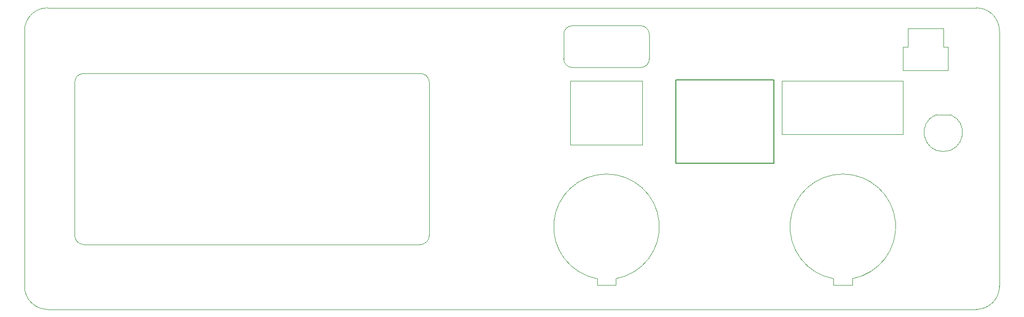
<source format=gbr>
%TF.GenerationSoftware,KiCad,Pcbnew,5.1.9-73d0e3b20d~88~ubuntu18.04.1*%
%TF.CreationDate,2020-12-31T12:10:29+01:00*%
%TF.ProjectId,ss_backpanel-mirrored,73735f62-6163-46b7-9061-6e656c2d6d69,rev?*%
%TF.SameCoordinates,Original*%
%TF.FileFunction,Profile,NP*%
%FSLAX46Y46*%
G04 Gerber Fmt 4.6, Leading zero omitted, Abs format (unit mm)*
G04 Created by KiCad (PCBNEW 5.1.9-73d0e3b20d~88~ubuntu18.04.1) date 2020-12-31 12:10:29*
%MOMM*%
%LPD*%
G01*
G04 APERTURE LIST*
%TA.AperFunction,Profile*%
%ADD10C,0.050000*%
%TD*%
%TA.AperFunction,Profile*%
%ADD11C,0.120000*%
%TD*%
%TA.AperFunction,Profile*%
%ADD12C,0.100000*%
%TD*%
%TA.AperFunction,Profile*%
%ADD13C,0.200000*%
%TD*%
G04 APERTURE END LIST*
D10*
X71390000Y-48870000D02*
X228610000Y-48870000D01*
X228610000Y-48870000D02*
G75*
G02*
X232500000Y-52760000I0J-3890000D01*
G01*
X232500000Y-52760000D02*
X232500000Y-96110000D01*
X232500000Y-96110000D02*
G75*
G02*
X228610000Y-100000000I-3890000J0D01*
G01*
X228610000Y-100000000D02*
X71390000Y-100000000D01*
X71390000Y-100000000D02*
G75*
G02*
X67500000Y-96110000I0J3890000D01*
G01*
X67500000Y-96110000D02*
X67500000Y-52760000D01*
X67500000Y-52760000D02*
G75*
G02*
X71390000Y-48870000I3890000J0D01*
G01*
D11*
%TO.C,M103*%
X195670000Y-70300000D02*
X195670000Y-61300000D01*
X216170000Y-70300000D02*
X216170000Y-61300000D01*
X216170000Y-61300000D02*
X195670000Y-61300000D01*
X216170000Y-70300000D02*
X195670000Y-70300000D01*
%TO.C,M111*%
X216200000Y-55500000D02*
X216200000Y-59500000D01*
X217000000Y-55500000D02*
X216200000Y-55500000D01*
X217000000Y-52400000D02*
X217000000Y-55500000D01*
X223000000Y-52400000D02*
X217000000Y-52400000D01*
X223000000Y-55500000D02*
X223000000Y-52400000D01*
X223800000Y-55500000D02*
X223000000Y-55500000D01*
X223800000Y-59500000D02*
X223800000Y-55500000D01*
X216200000Y-59500000D02*
X223800000Y-59500000D01*
D12*
%TO.C,M110*%
X221782500Y-66987000D02*
X224217209Y-66986883D01*
X224217209Y-66986883D02*
G75*
G02*
X221782500Y-66987000I-1217209J-3013117D01*
G01*
D11*
%TO.C,M107*%
X171750000Y-59000000D02*
X160250000Y-59000000D01*
X158750000Y-57500000D02*
X158750000Y-53400000D01*
X160250000Y-51900000D02*
X171750000Y-51900000D01*
X173250000Y-53400000D02*
X173250000Y-57500000D01*
X160250000Y-51900000D02*
G75*
G03*
X158750000Y-53400000I0J-1500000D01*
G01*
X158750000Y-57500000D02*
G75*
G03*
X160250000Y-59000000I1500000J0D01*
G01*
X171750000Y-59000000D02*
G75*
G03*
X173250000Y-57500000I0J1500000D01*
G01*
X173250000Y-53400000D02*
G75*
G03*
X171750000Y-51900000I-1500000J0D01*
G01*
D13*
%TO.C,M105*%
X177700000Y-61100000D02*
X194300000Y-61100000D01*
X194300000Y-61100000D02*
X194300000Y-75250000D01*
X194300000Y-75250000D02*
X177700000Y-75250000D01*
X177700000Y-75250000D02*
X177700000Y-61100000D01*
D11*
%TO.C,M106*%
X159900000Y-72100000D02*
X159900000Y-61300000D01*
X172100000Y-72100000D02*
X159900000Y-72100000D01*
X172100000Y-61300000D02*
X172100000Y-72100000D01*
X159900000Y-61300000D02*
X172100000Y-61300000D01*
%TO.C,M104*%
X77500000Y-89000000D02*
X134500000Y-89000000D01*
X136000000Y-87500000D02*
X136000000Y-61500000D01*
X134500000Y-60000000D02*
X77500000Y-60000000D01*
X76000000Y-61500000D02*
X76000000Y-87500000D01*
X76000000Y-87500000D02*
G75*
G03*
X77500000Y-89000000I1500000J0D01*
G01*
X77500000Y-60000000D02*
G75*
G03*
X76000000Y-61500000I0J-1500000D01*
G01*
X136000000Y-61500000D02*
G75*
G03*
X134500000Y-60000000I-1500000J0D01*
G01*
X134500000Y-89000000D02*
G75*
G03*
X136000000Y-87500000I0J1500000D01*
G01*
%TO.C,M102*%
X164400000Y-95900000D02*
X167600000Y-95900000D01*
X167600000Y-95900000D02*
X167598511Y-94800271D01*
X164400000Y-95900000D02*
X164400000Y-94800000D01*
X167598511Y-94800271D02*
G75*
G03*
X164400000Y-94800000I-1598511J8800271D01*
G01*
%TO.C,M101*%
X204400000Y-95900000D02*
X207600000Y-95900000D01*
X207600000Y-95900000D02*
X207598511Y-94800271D01*
X204400000Y-95900000D02*
X204400000Y-94800000D01*
X207598511Y-94800271D02*
G75*
G03*
X204400000Y-94800000I-1598511J8800271D01*
G01*
%TD*%
M02*

</source>
